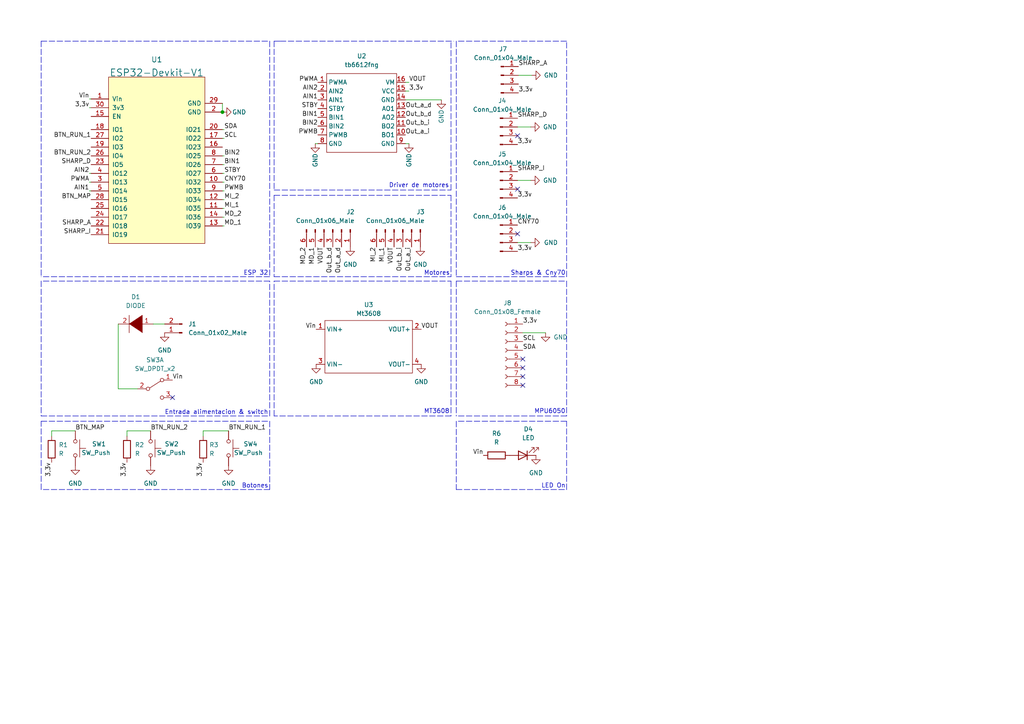
<source format=kicad_sch>
(kicad_sch (version 20211123) (generator eeschema)
  (paper "A4")
  (lib_symbols
    (symbol "Connector:Conn_01x02_Male" (pin_names (offset 1.016) hide)
      (property "Reference" "J" (at 0 2.54 0))
      (property "Value" "Conn_01x02_Male" (at 0 -5.08 0))
      (symbol "Conn_01x02_Male_1_1"
        (polyline (pts (xy 1.27 -2.54) (xy 0.8636 -2.54)) (stroke (width 0.1524)))
        (polyline (pts (xy 1.27 0) (xy 0.8636 0)) (stroke (width 0.1524)))
        (rectangle (start 0.8636 -2.413) (end 0 -2.667) (stroke (width 0.1524)) (fill (type outline)))
        (rectangle (start 0.8636 0.127) (end 0 -0.127) (stroke (width 0.1524)) (fill (type outline)))
        (pin passive line (at 5.08 0 180) (length 3.81) (name "Pin_1") (number "1"))
        (pin passive line (at 5.08 -2.54 180) (length 3.81) (name "Pin_2") (number "2"))
      )
    )
    (symbol "Connector:Conn_01x04_Male" (pin_names (offset 1.016) hide)
      (property "Reference" "J" (at 0 5.08 0))
      (property "Value" "Conn_01x04_Male" (at 0 -7.62 0))
      (symbol "Conn_01x04_Male_1_1"
        (polyline (pts (xy 1.27 -5.08) (xy 0.8636 -5.08)) (stroke (width 0.1524)))
        (polyline (pts (xy 1.27 -2.54) (xy 0.8636 -2.54)) (stroke (width 0.1524)))
        (polyline (pts (xy 1.27 0) (xy 0.8636 0)) (stroke (width 0.1524)))
        (polyline (pts (xy 1.27 2.54) (xy 0.8636 2.54)) (stroke (width 0.1524)))
        (rectangle (start 0.8636 -4.953) (end 0 -5.207) (stroke (width 0.1524)) (fill (type outline)))
        (rectangle (start 0.8636 -2.413) (end 0 -2.667) (stroke (width 0.1524)) (fill (type outline)))
        (rectangle (start 0.8636 0.127) (end 0 -0.127) (stroke (width 0.1524)) (fill (type outline)))
        (rectangle (start 0.8636 2.667) (end 0 2.413) (stroke (width 0.1524)) (fill (type outline)))
        (pin passive line (at 5.08 2.54 180) (length 3.81) (name "Pin_1") (number "1"))
        (pin passive line (at 5.08 0 180) (length 3.81) (name "Pin_2") (number "2"))
        (pin passive line (at 5.08 -2.54 180) (length 3.81) (name "Pin_3") (number "3"))
        (pin passive line (at 5.08 -5.08 180) (length 3.81) (name "Pin_4") (number "4"))
      )
    )
    (symbol "Connector:Conn_01x06_Male" (pin_names (offset 1.016) hide)
      (property "Reference" "J" (at 0 7.62 0))
      (property "Value" "Conn_01x06_Male" (at 0 -10.16 0))
      (symbol "Conn_01x06_Male_1_1"
        (polyline (pts (xy 1.27 -7.62) (xy 0.8636 -7.62)) (stroke (width 0.1524)))
        (polyline (pts (xy 1.27 -5.08) (xy 0.8636 -5.08)) (stroke (width 0.1524)))
        (polyline (pts (xy 1.27 -2.54) (xy 0.8636 -2.54)) (stroke (width 0.1524)))
        (polyline (pts (xy 1.27 0) (xy 0.8636 0)) (stroke (width 0.1524)))
        (polyline (pts (xy 1.27 2.54) (xy 0.8636 2.54)) (stroke (width 0.1524)))
        (polyline (pts (xy 1.27 5.08) (xy 0.8636 5.08)) (stroke (width 0.1524)))
        (rectangle (start 0.8636 -7.493) (end 0 -7.747) (stroke (width 0.1524)) (fill (type outline)))
        (rectangle (start 0.8636 -4.953) (end 0 -5.207) (stroke (width 0.1524)) (fill (type outline)))
        (rectangle (start 0.8636 -2.413) (end 0 -2.667) (stroke (width 0.1524)) (fill (type outline)))
        (rectangle (start 0.8636 0.127) (end 0 -0.127) (stroke (width 0.1524)) (fill (type outline)))
        (rectangle (start 0.8636 2.667) (end 0 2.413) (stroke (width 0.1524)) (fill (type outline)))
        (rectangle (start 0.8636 5.207) (end 0 4.953) (stroke (width 0.1524)) (fill (type outline)))
        (pin passive line (at 5.08 5.08 180) (length 3.81) (name "Pin_1") (number "1"))
        (pin passive line (at 5.08 2.54 180) (length 3.81) (name "Pin_2") (number "2"))
        (pin passive line (at 5.08 0 180) (length 3.81) (name "Pin_3") (number "3"))
        (pin passive line (at 5.08 -2.54 180) (length 3.81) (name "Pin_4") (number "4"))
        (pin passive line (at 5.08 -5.08 180) (length 3.81) (name "Pin_5") (number "5"))
        (pin passive line (at 5.08 -7.62 180) (length 3.81) (name "Pin_6") (number "6"))
      )
    )
    (symbol "Connector:Conn_01x08_Female" (pin_names (offset 1.016) hide)
      (property "Reference" "J" (at 0 10.16 0))
      (property "Value" "Conn_01x08_Female" (at 0 -12.7 0))
      (symbol "Conn_01x08_Female_1_1"
        (arc (start 0 -9.652) (mid -0.508 -10.16) (end 0 -10.668) (stroke (width 0.1524)))
        (arc (start 0 -7.112) (mid -0.508 -7.62) (end 0 -8.128) (stroke (width 0.1524)))
        (arc (start 0 -4.572) (mid -0.508 -5.08) (end 0 -5.588) (stroke (width 0.1524)))
        (arc (start 0 -2.032) (mid -0.508 -2.54) (end 0 -3.048) (stroke (width 0.1524)))
        (polyline (pts (xy -1.27 -10.16) (xy -0.508 -10.16)) (stroke (width 0.1524)))
        (polyline (pts (xy -1.27 -7.62) (xy -0.508 -7.62)) (stroke (width 0.1524)))
        (polyline (pts (xy -1.27 -5.08) (xy -0.508 -5.08)) (stroke (width 0.1524)))
        (polyline (pts (xy -1.27 -2.54) (xy -0.508 -2.54)) (stroke (width 0.1524)))
        (polyline (pts (xy -1.27 0) (xy -0.508 0)) (stroke (width 0.1524)))
        (polyline (pts (xy -1.27 2.54) (xy -0.508 2.54)) (stroke (width 0.1524)))
        (polyline (pts (xy -1.27 5.08) (xy -0.508 5.08)) (stroke (width 0.1524)))
        (polyline (pts (xy -1.27 7.62) (xy -0.508 7.62)) (stroke (width 0.1524)))
        (arc (start 0 0.508) (mid -0.508 0) (end 0 -0.508) (stroke (width 0.1524)))
        (arc (start 0 3.048) (mid -0.508 2.54) (end 0 2.032) (stroke (width 0.1524)))
        (arc (start 0 5.588) (mid -0.508 5.08) (end 0 4.572) (stroke (width 0.1524)))
        (arc (start 0 8.128) (mid -0.508 7.62) (end 0 7.112) (stroke (width 0.1524)))
        (pin passive line (at -5.08 7.62 0) (length 3.81) (name "Pin_1") (number "1"))
        (pin passive line (at -5.08 5.08 0) (length 3.81) (name "Pin_2") (number "2"))
        (pin passive line (at -5.08 2.54 0) (length 3.81) (name "Pin_3") (number "3"))
        (pin passive line (at -5.08 0 0) (length 3.81) (name "Pin_4") (number "4"))
        (pin passive line (at -5.08 -2.54 0) (length 3.81) (name "Pin_5") (number "5"))
        (pin passive line (at -5.08 -5.08 0) (length 3.81) (name "Pin_6") (number "6"))
        (pin passive line (at -5.08 -7.62 0) (length 3.81) (name "Pin_7") (number "7"))
        (pin passive line (at -5.08 -10.16 0) (length 3.81) (name "Pin_8") (number "8"))
      )
    )
    (symbol "Device:LED" (pin_numbers hide) (pin_names (offset 1.016) hide)
      (property "Reference" "D" (at 0 2.54 0))
      (property "Value" "LED" (at 0 -2.54 0))
      (symbol "LED_0_1"
        (polyline (pts (xy -1.27 -1.27) (xy -1.27 1.27)) (stroke (width 0.254)))
        (polyline (pts (xy -1.27 0) (xy 1.27 0)))
        (polyline (pts (xy 1.27 -1.27) (xy 1.27 1.27) (xy -1.27 0) (xy 1.27 -1.27)) (stroke (width 0.254)))
        (polyline (pts (xy -3.048 -0.762) (xy -4.572 -2.286) (xy -3.81 -2.286) (xy -4.572 -2.286) (xy -4.572 -1.524)))
        (polyline (pts (xy -1.778 -0.762) (xy -3.302 -2.286) (xy -2.54 -2.286) (xy -3.302 -2.286) (xy -3.302 -1.524)))
      )
      (symbol "LED_1_1"
        (pin passive line (at -3.81 0 0) (length 2.54) (name "K") (number "1"))
        (pin passive line (at 3.81 0 180) (length 2.54) (name "A") (number "2"))
      )
    )
    (symbol "Device:R" (pin_numbers hide) (pin_names (offset 0))
      (property "Reference" "R" (at 2.032 0 90))
      (property "Value" "R" (at 0 0 90))
      (symbol "R_0_1"
        (rectangle (start -1.016 -2.54) (end 1.016 2.54) (stroke (width 0.254)))
      )
      (symbol "R_1_1"
        (pin passive line (at 0 3.81 270) (length 1.27) (name "~") (number "1"))
        (pin passive line (at 0 -3.81 90) (length 1.27) (name "~") (number "2"))
      )
    )
    (symbol "Switch:SW_DPDT_x2" (pin_names (offset 0) hide)
      (property "Reference" "SW" (at 0 4.318 0))
      (property "Value" "SW_DPDT_x2" (at 0 -5.08 0))
      (symbol "SW_DPDT_x2_0_0"
        (circle (center -2.032 0) (radius 0.508))
        (circle (center 2.032 -2.54) (radius 0.508))
      )
      (symbol "SW_DPDT_x2_0_1"
        (polyline (pts (xy -1.524 0.254) (xy 1.651 2.286)))
        (circle (center 2.032 2.54) (radius 0.508))
      )
      (symbol "SW_DPDT_x2_1_1"
        (pin passive line (at 5.08 2.54 180) (length 2.54) (name "A") (number "1"))
        (pin passive line (at -5.08 0 0) (length 2.54) (name "B") (number "2"))
        (pin passive line (at 5.08 -2.54 180) (length 2.54) (name "C") (number "3"))
      )
      (symbol "SW_DPDT_x2_2_1"
        (pin passive line (at 5.08 2.54 180) (length 2.54) (name "A") (number "4"))
        (pin passive line (at -5.08 0 0) (length 2.54) (name "B") (number "5"))
        (pin passive line (at 5.08 -2.54 180) (length 2.54) (name "C") (number "6"))
      )
    )
    (symbol "Switch:SW_Push" (pin_numbers hide) (pin_names (offset 1.016) hide)
      (property "Reference" "SW" (at 1.27 2.54 0))
      (property "Value" "SW_Push" (at 0 -1.524 0))
      (symbol "SW_Push_0_1"
        (circle (center -2.032 0) (radius 0.508))
        (polyline (pts (xy 0 1.27) (xy 0 3.048)))
        (polyline (pts (xy 2.54 1.27) (xy -2.54 1.27)))
        (circle (center 2.032 0) (radius 0.508))
        (pin passive line (at -5.08 0 0) (length 2.54) (name "1") (number "1"))
        (pin passive line (at 5.08 0 180) (length 2.54) (name "2") (number "2"))
      )
    )
    (symbol "esp32-devkit-v1:ESP32-Devkit-V1" (pin_names (offset 1.016))
      (property "Reference" "U" (at 13.97 -21.59 0))
      (property "Value" "ESP32-Devkit-V1" (at 13.97 -2.54 0))
      (symbol "ESP32-Devkit-V1_0_1"
        (rectangle (start 0 0) (end 27.94 -48.26) (fill (type background)))
      )
      (symbol "ESP32-Devkit-V1_1_1"
        (pin power_in line (at -5.08 -6.35 0) (length 5.08) (name "Vin") (number "1"))
        (pin bidirectional line (at 33.02 -30.48 180) (length 5.08) (name "IO32") (number "10"))
        (pin bidirectional line (at 33.02 -38.1 180) (length 5.08) (name "IO35") (number "11"))
        (pin bidirectional line (at 33.02 -35.56 180) (length 5.08) (name "IO34") (number "12"))
        (pin bidirectional line (at 33.02 -43.18 180) (length 5.08) (name "IO39") (number "13"))
        (pin bidirectional line (at 33.02 -40.64 180) (length 5.08) (name "IO36") (number "14"))
        (pin input line (at -5.08 -11.43 0) (length 5.08) (name "EN") (number "15"))
        (pin bidirectional line (at 33.02 -20.32 180) (length 5.08) (name "IO23") (number "16"))
        (pin bidirectional line (at 33.02 -17.78 180) (length 5.08) (name "IO22") (number "17"))
        (pin bidirectional line (at -5.08 -15.24 0) (length 5.08) (name "IO1") (number "18"))
        (pin bidirectional line (at -5.08 -20.32 0) (length 5.08) (name "IO3") (number "19"))
        (pin power_out line (at 33.02 -10.16 180) (length 5.08) (name "GND") (number "2"))
        (pin bidirectional line (at 33.02 -15.24 180) (length 5.08) (name "IO21") (number "20"))
        (pin bidirectional line (at -5.08 -45.72 0) (length 5.08) (name "IO19") (number "21"))
        (pin bidirectional line (at -5.08 -43.18 0) (length 5.08) (name "IO18") (number "22"))
        (pin bidirectional line (at -5.08 -25.4 0) (length 5.08) (name "IO5") (number "23"))
        (pin bidirectional line (at -5.08 -40.64 0) (length 5.08) (name "IO17") (number "24"))
        (pin bidirectional line (at -5.08 -38.1 0) (length 5.08) (name "IO16") (number "25"))
        (pin bidirectional line (at -5.08 -22.86 0) (length 5.08) (name "IO4") (number "26"))
        (pin bidirectional line (at -5.08 -17.78 0) (length 5.08) (name "IO2") (number "27"))
        (pin bidirectional line (at -5.08 -35.56 0) (length 5.08) (name "IO15") (number "28"))
        (pin power_out line (at 33.02 -7.62 180) (length 5.08) (name "GND") (number "29"))
        (pin bidirectional line (at -5.08 -30.48 0) (length 5.08) (name "IO13") (number "3"))
        (pin power_out line (at -5.08 -8.89 0) (length 5.08) (name "3v3") (number "30"))
        (pin bidirectional line (at -5.08 -27.94 0) (length 5.08) (name "IO12") (number "4"))
        (pin bidirectional line (at -5.08 -33.02 0) (length 5.08) (name "IO14") (number "5"))
        (pin bidirectional line (at 33.02 -27.94 180) (length 5.08) (name "IO27") (number "6"))
        (pin bidirectional line (at 33.02 -25.4 180) (length 5.08) (name "IO26") (number "7"))
        (pin bidirectional line (at 33.02 -22.86 180) (length 5.08) (name "IO25") (number "8"))
        (pin bidirectional line (at 33.02 -33.02 180) (length 5.08) (name "IO33") (number "9"))
      )
    )
    (symbol "power:GND" (power) (pin_names (offset 0))
      (property "Value" "GND" (at 0 -3.81 0))
      (symbol "GND_0_1"
        (polyline (pts (xy 0 0) (xy 0 -1.27) (xy 1.27 -1.27) (xy 0 -2.54) (xy -1.27 -1.27) (xy 0 -1.27)))
      )
      (symbol "GND_1_1"
        (pin power_in line (at 0 0 270) (length 0) hide (name "GND") (number "1"))
      )
    )
    (symbol "propios:Mt3608"
      (property "Reference" "U" (at 0 0 0))
      (property "Value" "Mt3608" (at 0 0 0))
      (symbol "Mt3608_0_1"
        (rectangle (start -12.7 -2.54) (end 12.7 -17.78))
      )
      (symbol "Mt3608_1_1"
        (pin input line (at -15.24 -5.08 0) (length 2.54) (name "VIN+") (number "1"))
        (pin input line (at 15.24 -5.08 180) (length 2.54) (name "VOUT+") (number "2"))
        (pin input line (at -15.24 -15.24 0) (length 2.54) (name "VIN-") (number "3"))
        (pin input line (at 15.24 -15.24 180) (length 2.54) (name "VOUT-") (number "4"))
      )
    )
    (symbol "propios:tb6612fng"
      (property "Reference" "U" (at 0 0 0))
      (property "Value" "tb6612fng" (at 0 0 0))
      (symbol "tb6612fng_0_1"
        (rectangle (start -10.16 -2.54) (end 10.16 -25.4))
      )
      (symbol "tb6612fng_1_1"
        (pin input line (at -12.7 -5.08 0) (length 2.54) (name "PWMA") (number "1"))
        (pin input line (at 12.7 -20.32 180) (length 2.54) (name "BO1") (number "10"))
        (pin input line (at 12.7 -17.78 180) (length 2.54) (name "BO2") (number "11"))
        (pin input line (at 12.7 -15.24 180) (length 2.54) (name "AO2") (number "12"))
        (pin input line (at 12.7 -12.7 180) (length 2.54) (name "AO1") (number "13"))
        (pin input line (at 12.7 -10.16 180) (length 2.54) (name "GND") (number "14"))
        (pin input line (at 12.7 -7.62 180) (length 2.54) (name "VCC") (number "15"))
        (pin input line (at 12.7 -5.08 180) (length 2.54) (name "VM") (number "16"))
        (pin input line (at -12.7 -7.62 0) (length 2.54) (name "AIN2") (number "2"))
        (pin input line (at -12.7 -10.16 0) (length 2.54) (name "AIN1") (number "3"))
        (pin input line (at -12.7 -12.7 0) (length 2.54) (name "STBY") (number "4"))
        (pin input line (at -12.7 -15.24 0) (length 2.54) (name "BIN1") (number "5"))
        (pin input line (at -12.7 -17.78 0) (length 2.54) (name "BIN2") (number "6"))
        (pin input line (at -12.7 -20.32 0) (length 2.54) (name "PWMB") (number "7"))
        (pin input line (at -12.7 -22.86 0) (length 2.54) (name "GND") (number "8"))
        (pin input line (at 12.7 -22.86 180) (length 2.54) (name "GND") (number "9"))
      )
    )
    (symbol "pspice:DIODE" (pin_names (offset 1.016) hide)
      (property "Reference" "D" (at 0 3.81 0))
      (property "Value" "DIODE" (at 0 -4.445 0))
      (symbol "DIODE_0_1"
        (polyline (pts (xy 1.905 2.54) (xy 1.905 -2.54)))
        (polyline (pts (xy -1.905 2.54) (xy -1.905 -2.54) (xy 1.905 0)) (fill (type outline)))
      )
      (symbol "DIODE_1_1"
        (pin input line (at -5.08 0 0) (length 3.81) (name "K") (number "1"))
        (pin input line (at 5.08 0 180) (length 3.81) (name "A") (number "2"))
      )
    )
  )
  (junction (at 64.516 32.512))
  (no_connect (at 150.114 67.818))
  (no_connect (at 50.038 115.316))
  (no_connect (at 151.638 104.14))
  (no_connect (at 151.638 106.68))
  (no_connect (at 151.638 109.22))
  (no_connect (at 151.638 111.76))
  (no_connect (at 150.114 54.864))
  (no_connect (at 150.114 39.37))
  (wire (pts (xy 153.924 52.324) (xy 150.114 52.324)))
  (wire (pts (xy 65.024 52.832) (xy 64.516 52.832)))
  (wire (pts (xy 43.688 124.968) (xy 36.83 124.968)))
  (wire (pts (xy 65.024 37.592) (xy 64.516 37.592)))
  (wire (pts (xy 65.024 60.452) (xy 64.516 60.452)))
  (wire (pts (xy 153.924 36.83) (xy 150.114 36.83)))
  (wire (pts (xy 58.928 124.968) (xy 66.294 124.968)))
  (polyline (pts (xy 11.938 11.938) (xy 78.232 11.938)))
  (wire (pts (xy 25.908 55.372) (xy 26.416 55.372)))
  (wire (pts (xy 65.024 47.752) (xy 64.516 47.752)))
  (wire (pts (xy 65.024 62.992) (xy 64.516 62.992)))
  (wire (pts (xy 34.29 93.98) (xy 34.29 112.776)))
  (wire (pts (xy 118.618 23.876) (xy 117.602 23.876)))
  (polyline (pts (xy 11.938 122.174) (xy 78.232 122.174)))
  (polyline (pts (xy 78.232 80.264) (xy 11.938 80.264)))
  (polyline (pts (xy 79.502 56.642) (xy 79.502 80.264)))
  (wire (pts (xy 128.016 28.956) (xy 117.602 28.956)))
  (polyline (pts (xy 79.502 11.938) (xy 81.28 11.938)))
  (wire (pts (xy 65.024 65.532) (xy 64.516 65.532)))
  (wire (pts (xy 14.986 124.968) (xy 14.986 126.492)))
  (wire (pts (xy 65.024 55.372) (xy 64.516 55.372)))
  (polyline (pts (xy 130.81 56.642) (xy 130.81 80.264)))
  (polyline (pts (xy 79.502 55.118) (xy 130.81 55.118)))
  (polyline (pts (xy 11.938 81.534) (xy 11.938 120.65)))
  (polyline (pts (xy 11.938 141.986) (xy 11.938 122.174)))
  (polyline (pts (xy 132.334 122.174) (xy 132.334 141.986)))
  (polyline (pts (xy 81.28 11.938) (xy 131.572 11.938)))
  (wire (pts (xy 36.83 124.968) (xy 36.83 126.492)))
  (polyline (pts (xy 130.81 81.534) (xy 130.81 120.65)))
  (wire (pts (xy 65.024 40.132) (xy 64.516 40.132)))
  (polyline (pts (xy 164.338 120.65) (xy 132.334 120.65)))
  (wire (pts (xy 118.618 26.416) (xy 117.602 26.416)))
  (polyline (pts (xy 132.334 81.534) (xy 132.334 120.65)))
  (polyline (pts (xy 132.334 81.534) (xy 164.338 81.534)))
  (polyline (pts (xy 164.338 122.174) (xy 132.334 122.174)))
  (polyline (pts (xy 79.502 81.534) (xy 130.81 81.534)))
  (wire (pts (xy 158.242 96.52) (xy 151.638 96.52)))
  (wire (pts (xy 118.618 41.656) (xy 117.602 41.656)))
  (polyline (pts (xy 132.334 11.938) (xy 132.334 80.264)))
  (wire (pts (xy 25.908 31.242) (xy 26.416 31.242)))
  (polyline (pts (xy 79.502 80.264) (xy 130.81 80.264)))
  (polyline (pts (xy 78.232 141.986) (xy 11.938 141.986)))
  (wire (pts (xy 65.024 57.912) (xy 64.516 57.912)))
  (wire (pts (xy 64.516 29.972) (xy 64.516 32.512)))
  (wire (pts (xy 65.024 50.292) (xy 64.516 50.292)))
  (polyline (pts (xy 78.232 81.534) (xy 11.938 81.534)))
  (polyline (pts (xy 132.334 80.264) (xy 164.338 80.264)))
  (wire (pts (xy 21.844 124.968) (xy 14.986 124.968)))
  (wire (pts (xy 39.878 112.776) (xy 34.29 112.776)))
  (polyline (pts (xy 130.81 120.65) (xy 79.502 120.65)))
  (polyline (pts (xy 164.338 11.938) (xy 132.334 11.938)))
  (wire (pts (xy 154.178 21.844) (xy 150.368 21.844)))
  (polyline (pts (xy 78.232 120.65) (xy 78.232 81.534)))
  (polyline (pts (xy 164.338 81.534) (xy 164.338 120.65)))
  (polyline (pts (xy 132.334 141.986) (xy 164.338 141.986)))
  (wire (pts (xy 65.024 45.212) (xy 64.516 45.212)))
  (wire (pts (xy 153.924 70.358) (xy 150.114 70.358)))
  (polyline (pts (xy 164.338 141.986) (xy 164.338 122.174)))
  (polyline (pts (xy 79.502 120.65) (xy 79.502 81.534)))
  (polyline (pts (xy 79.502 56.642) (xy 130.81 56.642)))
  (wire (pts (xy 25.908 52.832) (xy 26.416 52.832)))
  (wire (pts (xy 58.928 124.968) (xy 58.928 126.492)))
  (polyline (pts (xy 11.938 11.938) (xy 11.938 80.264)))
  (polyline (pts (xy 78.232 122.174) (xy 78.232 141.986)))
  (wire (pts (xy 25.908 28.702) (xy 26.416 28.702)))
  (polyline (pts (xy 164.338 80.264) (xy 164.338 11.938)))
  (wire (pts (xy 25.908 50.292) (xy 26.416 50.292)))
  (polyline (pts (xy 78.232 11.938) (xy 78.232 80.264)))
  (polyline (pts (xy 130.81 55.118) (xy 130.81 11.938)))
  (polyline (pts (xy 79.502 11.938) (xy 79.502 55.118)))
  (wire (pts (xy 91.44 41.656) (xy 92.202 41.656)))
  (polyline (pts (xy 11.938 120.65) (xy 78.232 120.65)))
  (wire (pts (xy 44.45 93.98) (xy 47.752 93.98)))
  (text "Driver de motores\n" (at 112.776 54.61 0) (effects (font (size 1.27 1.27)) (justify left bottom)))
  (text "Motores\n" (at 122.936 80.01 0) (effects (font (size 1.27 1.27)) (justify left bottom)))
  (text "LED On\n" (at 156.972 141.732 0) (effects (font (size 1.27 1.27)) (justify left bottom)))
  (text "ESP 32\n" (at 70.612 80.01 0) (effects (font (size 1.27 1.27)) (justify left bottom)))
  (text "Entrada alimentacion & switch\n" (at 47.752 120.396 0) (effects (font (size 1.27 1.27)) (justify left bottom)))
  (text "MPU6050" (at 154.94 120.142 0) (effects (font (size 1.27 1.27)) (justify left bottom)))
  (text "Sharps & Cny70\n" (at 148.082 80.01 0) (effects (font (size 1.27 1.27)) (justify left bottom)))
  (text "MT3608\n" (at 122.936 120.142 0) (effects (font (size 1.27 1.27)) (justify left bottom)))
  (text "Botones\n" (at 70.104 141.732 0) (effects (font (size 1.27 1.27)) (justify left bottom)))
  (label "Out_b_d" (at 117.602 34.036 0))
  (label "Out_b_i" (at 117.602 36.576 0))
  (label "SDA" (at 151.638 101.6 0))
  (label "BTN_RUN_1" (at 66.294 124.968 0))
  (label "3,3v" (at 25.908 31.242 180))
  (label "CNY70" (at 150.114 65.278 0))
  (label "Out_b_d" (at 96.52 71.628 270))
  (label "MI_1" (at 65.024 60.452 0))
  (label "3,3v" (at 36.83 134.112 270))
  (label "Vin" (at 50.038 110.236 0))
  (label "Vin" (at 140.208 132.08 180))
  (label "AIN1" (at 92.202 28.956 180))
  (label "AIN2" (at 25.908 50.292 180))
  (label "Out_a_i" (at 119.38 71.628 270))
  (label "BTN_MAP" (at 21.844 124.968 0))
  (label "3,3v" (at 150.114 41.91 0))
  (label "PWMB" (at 92.202 39.116 180))
  (label "VOUT" (at 93.98 71.628 270))
  (label "MD_1" (at 65.024 65.532 0))
  (label "VOUT" (at 122.174 95.504 0))
  (label "SHARP_D" (at 26.416 47.752 180))
  (label "SHARP_A" (at 26.416 65.532 180))
  (label "MD_1" (at 91.44 71.628 270))
  (label "SCL" (at 151.638 99.06 0))
  (label "AIN1" (at 25.908 55.372 180))
  (label "Vin" (at 91.694 95.504 180))
  (label "VOUT" (at 114.3 71.628 270))
  (label "SHARP_A" (at 150.368 19.304 0))
  (label "Vin" (at 25.908 28.702 180))
  (label "3,3v" (at 14.986 134.112 270))
  (label "Out_a_d" (at 117.602 31.496 0))
  (label "MI_2" (at 65.024 57.912 0))
  (label "BIN1" (at 92.202 34.036 180))
  (label "3,3v" (at 150.368 26.924 0))
  (label "Out_a_d" (at 99.06 71.628 270))
  (label "BIN2" (at 65.024 45.212 0))
  (label "3,3v" (at 150.114 57.404 0))
  (label "MI_1" (at 111.76 71.628 270))
  (label "STBY" (at 65.024 50.292 0))
  (label "BTN_RUN_2" (at 43.688 124.968 0))
  (label "VOUT" (at 118.618 23.876 0))
  (label "AIN2" (at 92.202 26.416 180))
  (label "3,3v" (at 58.928 134.112 270))
  (label "SHARP_I" (at 150.114 49.784 0))
  (label "3,3v" (at 150.114 72.898 0))
  (label "BIN2" (at 92.202 36.576 180))
  (label "3,3v" (at 118.618 26.416 0))
  (label "BTN_RUN_2" (at 26.416 45.212 180))
  (label "BTN_MAP" (at 26.416 57.912 180))
  (label "PWMA" (at 25.908 52.832 180))
  (label "CNY70" (at 65.024 52.832 0))
  (label "MD_2" (at 65.024 62.992 0))
  (label "MD_2" (at 88.9 71.628 270))
  (label "SHARP_D" (at 150.114 34.29 0))
  (label "PWMB" (at 65.024 55.372 0))
  (label "MI_2" (at 109.22 71.628 270))
  (label "BTN_RUN_1" (at 26.416 40.132 180))
  (label "Out_a_i" (at 117.602 39.116 0))
  (label "STBY" (at 92.202 31.496 180))
  (label "PWMA" (at 92.202 23.876 180))
  (label "3,3v" (at 151.638 93.98 0))
  (label "SDA" (at 65.024 37.592 0))
  (label "Out_b_i" (at 116.84 71.628 270))
  (label "SHARP_I" (at 26.416 68.072 180))
  (label "BIN1" (at 65.024 47.752 0))
  (label "SCL" (at 65.024 40.132 0))
  (symbol (lib_id "propios:Mt3608") (at 106.934 90.424 0) (unit 1)
    (property "Reference" "U3" (at 106.934 88.392 0))
    (property "Value" "Mt3608" (at 106.934 90.932 0))
    (property "Footprint" "propios:MT3608" (effects hide))
  )
  (symbol (lib_id "power:GND") (at 91.694 105.664 0) (unit 1)
    (property "Reference" "#PWR0106" (effects hide))
    (property "Value" "GND" (at 91.694 110.744 0))
  )
  (symbol (lib_id "power:GND") (at 91.44 41.656 0) (unit 1)
    (property "Reference" "#PWR0117" (effects hide))
    (property "Value" "GND" (at 91.44 44.45 90) (effects (justify right)))
  )
  (symbol (lib_id "Connector:Conn_01x04_Male") (at 145.034 36.83 0) (unit 1)
    (property "Reference" "J4" (at 145.669 29.21 0))
    (property "Value" "Conn_01x04_Male" (at 145.669 31.75 0))
    (property "Footprint" "Connector_PinHeader_2.54mm:PinHeader_1x04_P2.54mm_Vertical" (effects hide))
  )
  (symbol (lib_id "Connector:Conn_01x06_Male") (at 96.52 66.548 270) (unit 1)
    (property "Reference" "J2" (at 102.87 61.468 90) (effects (justify right)))
    (property "Value" "Conn_01x06_Male" (at 102.87 64.008 90) (effects (justify right)))
    (property "Footprint" "Connector_PinHeader_2.54mm:PinHeader_1x06_P2.54mm_Vertical" (effects hide))
  )
  (symbol (lib_id "power:GND") (at 158.242 96.52 0) (unit 1)
    (property "Reference" "#PWR0115" (effects hide))
    (property "Value" "GND" (at 160.528 97.7899 0) (effects (justify left)))
  )
  (symbol (lib_id "Switch:SW_Push") (at 66.294 130.048 270) (unit 1)
    (property "Reference" "SW4" (at 70.612 128.7779 90) (effects (justify left)))
    (property "Value" "SW_Push" (at 67.818 131.318 90) (effects (justify left)))
    (property "Footprint" "Button_Switch_THT:SW_PUSH_6mm" (effects hide))
  )
  (symbol (lib_id "power:GND") (at 121.92 71.628 0) (mirror y) (unit 1)
    (property "Reference" "#PWR0112" (effects hide))
    (property "Value" "GND" (at 121.92 76.708 0))
  )
  (symbol (lib_id "power:GND") (at 122.174 105.664 0) (unit 1)
    (property "Reference" "#PWR0103" (effects hide))
    (property "Value" "GND" (at 122.174 110.744 0))
  )
  (symbol (lib_id "Device:R") (at 58.928 130.302 0) (unit 1)
    (property "Reference" "R3" (at 60.706 129.0319 0) (effects (justify left)))
    (property "Value" "R" (at 60.706 131.5719 0) (effects (justify left)))
    (property "Footprint" "Resistor_THT:R_Axial_DIN0207_L6.3mm_D2.5mm_P10.16mm_Horizontal" (effects hide))
  )
  (symbol (lib_id "Connector:Conn_01x02_Male") (at 52.832 96.52 180) (unit 1)
    (property "Reference" "J1" (at 54.61 93.9799 0) (effects (justify right)))
    (property "Value" "Conn_01x02_Male" (at 54.61 96.5199 0) (effects (justify right)))
    (property "Footprint" "Connector_PinHeader_2.54mm:PinHeader_1x02_P2.54mm_Vertical" (effects hide))
  )
  (symbol (lib_id "esp32-devkit-v1:ESP32-Devkit-V1") (at 31.496 22.352 0) (unit 1)
    (property "Reference" "U1" (at 45.466 17.272 0) (effects (font (size 1.524 1.524))))
    (property "Value" "ESP32-Devkit-V1" (at 45.466 21.082 0) (effects (font (size 2.0066 2.0066))))
    (property "Footprint" "DOIT_ESP32:DOIT_ESP32_Devkit_mirko" (effects hide))
  )
  (symbol (lib_id "power:GND") (at 47.752 96.52 0) (unit 1)
    (property "Reference" "#PWR0102" (effects hide))
    (property "Value" "GND" (at 47.752 101.6 0))
  )
  (symbol (lib_id "Device:LED") (at 151.638 132.08 180) (unit 1)
    (property "Reference" "D4" (at 153.2255 124.46 0))
    (property "Value" "LED" (at 153.2255 127 0))
    (property "Footprint" "LED_THT:LED_D5.0mm" (effects hide))
  )
  (symbol (lib_id "Connector:Conn_01x08_Female") (at 146.558 101.6 0) (mirror y) (unit 1)
    (property "Reference" "J8" (at 147.193 87.884 0))
    (property "Value" "Conn_01x08_Female" (at 147.193 90.424 0))
    (property "Footprint" "Connector_PinSocket_2.54mm:PinSocket_1x08_P2.54mm_Vertical" (effects hide))
  )
  (symbol (lib_id "Device:R") (at 36.83 130.302 0) (unit 1)
    (property "Reference" "R2" (at 39.116 129.0319 0) (effects (justify left)))
    (property "Value" "R" (at 39.116 131.5719 0) (effects (justify left)))
    (property "Footprint" "Resistor_THT:R_Axial_DIN0207_L6.3mm_D2.5mm_P10.16mm_Horizontal" (effects hide))
  )
  (symbol (lib_id "Connector:Conn_01x04_Male") (at 145.288 21.844 0) (unit 1)
    (property "Reference" "J7" (at 145.923 14.224 0))
    (property "Value" "Conn_01x04_Male" (at 145.923 16.764 0))
    (property "Footprint" "Connector_PinHeader_2.54mm:PinHeader_1x04_P2.54mm_Vertical" (effects hide))
  )
  (symbol (lib_id "power:GND") (at 64.516 32.512 90) (unit 1)
    (property "Reference" "#PWR0119" (effects hide))
    (property "Value" "GND" (at 67.31 32.512 90) (effects (justify right)))
  )
  (symbol (lib_id "Switch:SW_DPDT_x2") (at 44.958 112.776 0) (unit 1)
    (property "Reference" "SW3" (at 44.958 104.394 0))
    (property "Value" "SW_DPDT_x2" (at 44.958 106.934 0))
    (property "Footprint" "Button_Switch_THT:SW_Slide_1P2T_CK_OS102011MS2Q" (effects hide))
  )
  (symbol (lib_id "power:GND") (at 43.688 135.128 0) (unit 1)
    (property "Reference" "#PWR0107" (effects hide))
    (property "Value" "GND" (at 43.688 140.208 0))
  )
  (symbol (lib_id "power:GND") (at 153.924 70.358 90) (unit 1)
    (property "Reference" "#PWR0110" (effects hide))
    (property "Value" "GND" (at 157.734 70.3579 90) (effects (justify right)))
  )
  (symbol (lib_id "power:GND") (at 101.6 71.628 0) (unit 1)
    (property "Reference" "#PWR0101" (effects hide))
    (property "Value" "GND" (at 101.6 76.708 0))
  )
  (symbol (lib_id "Device:R") (at 144.018 132.08 90) (unit 1)
    (property "Reference" "R6" (at 144.018 125.73 90))
    (property "Value" "R" (at 144.018 128.27 90))
    (property "Footprint" "Resistor_THT:R_Axial_DIN0207_L6.3mm_D2.5mm_P10.16mm_Horizontal" (effects hide))
  )
  (symbol (lib_id "power:GND") (at 128.016 28.956 0) (unit 1)
    (property "Reference" "#PWR0116" (effects hide))
    (property "Value" "GND" (at 128.016 31.75 90) (effects (justify right)))
  )
  (symbol (lib_id "propios:tb6612fng") (at 104.902 18.796 0) (unit 1)
    (property "Reference" "U2" (at 104.902 16.256 0))
    (property "Value" "tb6612fng" (at 104.902 18.796 0))
    (property "Footprint" "propios:tb6612fng" (effects hide))
  )
  (symbol (lib_id "power:GND") (at 154.178 21.844 90) (unit 1)
    (property "Reference" "#PWR0120" (effects hide))
    (property "Value" "GND" (at 157.734 21.8439 90) (effects (justify right)))
  )
  (symbol (lib_id "Connector:Conn_01x06_Male") (at 116.84 66.548 270) (unit 1)
    (property "Reference" "J3" (at 123.19 61.468 90) (effects (justify right)))
    (property "Value" "Conn_01x06_Male" (at 123.19 64.008 90) (effects (justify right)))
    (property "Footprint" "Connector_PinHeader_2.54mm:PinHeader_1x06_P2.54mm_Vertical" (effects hide))
  )
  (symbol (lib_id "power:GND") (at 153.924 52.324 90) (unit 1)
    (property "Reference" "#PWR0113" (effects hide))
    (property "Value" "GND" (at 157.48 52.3239 90) (effects (justify right)))
  )
  (symbol (lib_id "Switch:SW_Push") (at 21.844 130.048 270) (unit 1)
    (property "Reference" "SW1" (at 26.67 128.7779 90) (effects (justify left)))
    (property "Value" "SW_Push" (at 23.622 131.318 90) (effects (justify left)))
    (property "Footprint" "Button_Switch_THT:SW_PUSH_6mm" (effects hide))
  )
  (symbol (lib_id "Connector:Conn_01x04_Male") (at 145.034 67.818 0) (unit 1)
    (property "Reference" "J6" (at 145.669 60.198 0))
    (property "Value" "Conn_01x04_Male" (at 145.669 62.738 0))
    (property "Footprint" "Connector_PinHeader_2.54mm:PinHeader_1x04_P2.54mm_Vertical" (effects hide))
  )
  (symbol (lib_id "power:GND") (at 155.448 132.08 0) (unit 1)
    (property "Reference" "#PWR0114" (effects hide))
    (property "Value" "GND" (at 155.448 137.16 0))
  )
  (symbol (lib_id "power:GND") (at 66.294 135.128 0) (unit 1)
    (property "Reference" "#PWR0109" (effects hide))
    (property "Value" "GND" (at 66.294 140.208 0))
  )
  (symbol (lib_id "pspice:DIODE") (at 39.37 93.98 180) (unit 1)
    (property "Reference" "D1" (at 39.37 86.106 0))
    (property "Value" "DIODE" (at 39.37 88.646 0))
    (property "Footprint" "Diode_THT:D_5W_P12.70mm_Horizontal" (effects hide))
  )
  (symbol (lib_id "Switch:SW_Push") (at 43.688 130.048 270) (unit 1)
    (property "Reference" "SW2" (at 47.752 128.7779 90) (effects (justify left)))
    (property "Value" "SW_Push" (at 45.466 131.318 90) (effects (justify left)))
    (property "Footprint" "Button_Switch_THT:SW_PUSH_6mm" (effects hide))
  )
  (symbol (lib_id "Device:R") (at 14.986 130.302 180) (unit 1)
    (property "Reference" "R1" (at 17.018 129.0319 0) (effects (justify right)))
    (property "Value" "R" (at 17.018 131.5719 0) (effects (justify right)))
    (property "Footprint" "Resistor_THT:R_Axial_DIN0207_L6.3mm_D2.5mm_P10.16mm_Horizontal" (effects hide))
  )
  (symbol (lib_id "power:GND") (at 153.924 36.83 90) (unit 1)
    (property "Reference" "#PWR0111" (effects hide))
    (property "Value" "GND" (at 157.48 36.8299 90) (effects (justify right)))
  )
  (symbol (lib_id "power:GND") (at 21.844 135.128 0) (unit 1)
    (property "Reference" "#PWR0108" (effects hide))
    (property "Value" "GND" (at 21.844 140.208 0))
  )
  (symbol (lib_id "Connector:Conn_01x04_Male") (at 145.034 52.324 0) (unit 1)
    (property "Reference" "J5" (at 145.669 44.704 0))
    (property "Value" "Conn_01x04_Male" (at 145.669 47.244 0))
    (property "Footprint" "Connector_PinHeader_2.54mm:PinHeader_1x04_P2.54mm_Vertical" (effects hide))
  )
  (symbol (lib_id "power:GND") (at 118.618 41.656 0) (unit 1)
    (property "Reference" "#PWR0118" (effects hide))
    (property "Value" "GND" (at 118.618 44.45 90) (effects (justify right)))
  )
)
</source>
